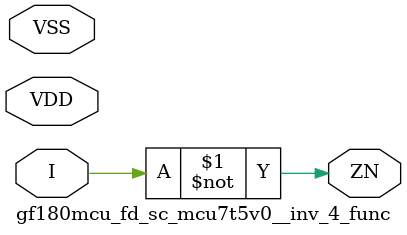
<source format=v>

module gf180mcu_fd_sc_mcu7t5v0__inv_4_func( I, ZN, VDD, VSS );
input I;
inout VDD, VSS;
output ZN;

	not MGM_BG_0( ZN, I );

endmodule

</source>
